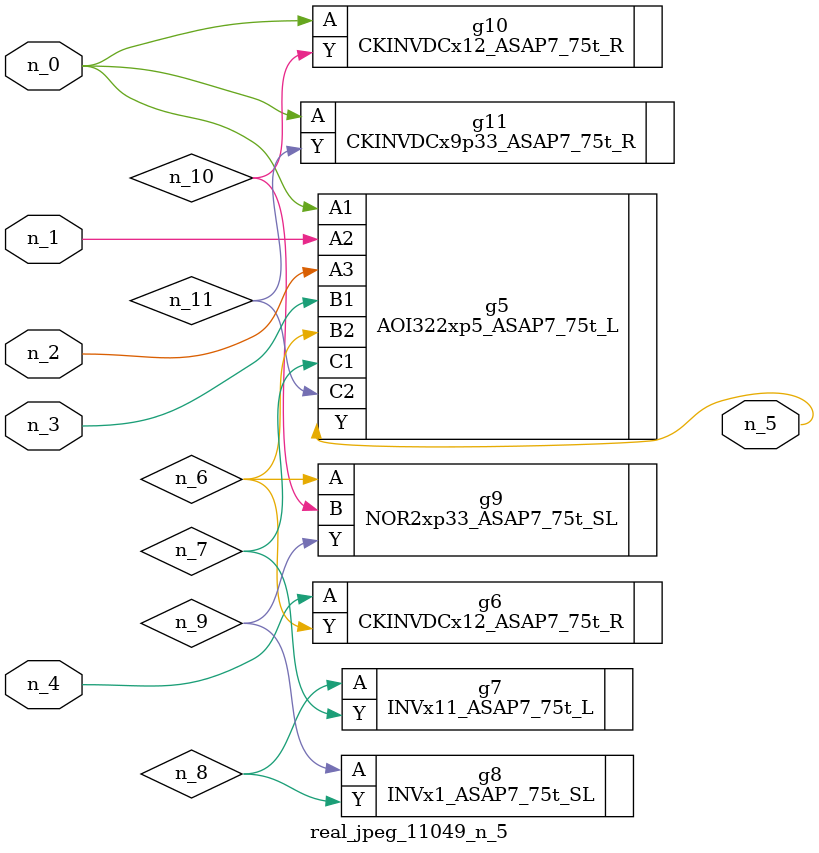
<source format=v>
module real_jpeg_11049_n_5 (n_4, n_0, n_1, n_2, n_3, n_5);

input n_4;
input n_0;
input n_1;
input n_2;
input n_3;

output n_5;

wire n_8;
wire n_11;
wire n_6;
wire n_7;
wire n_10;
wire n_9;

AOI322xp5_ASAP7_75t_L g5 ( 
.A1(n_0),
.A2(n_1),
.A3(n_2),
.B1(n_3),
.B2(n_6),
.C1(n_7),
.C2(n_11),
.Y(n_5)
);

CKINVDCx12_ASAP7_75t_R g10 ( 
.A(n_0),
.Y(n_10)
);

CKINVDCx9p33_ASAP7_75t_R g11 ( 
.A(n_0),
.Y(n_11)
);

CKINVDCx12_ASAP7_75t_R g6 ( 
.A(n_4),
.Y(n_6)
);

NOR2xp33_ASAP7_75t_SL g9 ( 
.A(n_6),
.B(n_10),
.Y(n_9)
);

INVx11_ASAP7_75t_L g7 ( 
.A(n_8),
.Y(n_7)
);

INVx1_ASAP7_75t_SL g8 ( 
.A(n_9),
.Y(n_8)
);


endmodule
</source>
